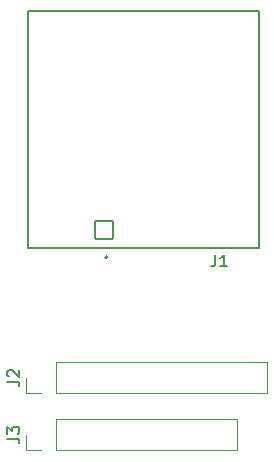
<source format=gbr>
%TF.GenerationSoftware,KiCad,Pcbnew,8.0.6*%
%TF.CreationDate,2025-02-06T00:10:06+01:00*%
%TF.ProjectId,breakout,62726561-6b6f-4757-942e-6b696361645f,rev?*%
%TF.SameCoordinates,Original*%
%TF.FileFunction,Legend,Top*%
%TF.FilePolarity,Positive*%
%FSLAX46Y46*%
G04 Gerber Fmt 4.6, Leading zero omitted, Abs format (unit mm)*
G04 Created by KiCad (PCBNEW 8.0.6) date 2025-02-06 00:10:06*
%MOMM*%
%LPD*%
G01*
G04 APERTURE LIST*
G04 Aperture macros list*
%AMRoundRect*
0 Rectangle with rounded corners*
0 $1 Rounding radius*
0 $2 $3 $4 $5 $6 $7 $8 $9 X,Y pos of 4 corners*
0 Add a 4 corners polygon primitive as box body*
4,1,4,$2,$3,$4,$5,$6,$7,$8,$9,$2,$3,0*
0 Add four circle primitives for the rounded corners*
1,1,$1+$1,$2,$3*
1,1,$1+$1,$4,$5*
1,1,$1+$1,$6,$7*
1,1,$1+$1,$8,$9*
0 Add four rect primitives between the rounded corners*
20,1,$1+$1,$2,$3,$4,$5,0*
20,1,$1+$1,$4,$5,$6,$7,0*
20,1,$1+$1,$6,$7,$8,$9,0*
20,1,$1+$1,$8,$9,$2,$3,0*%
G04 Aperture macros list end*
%ADD10C,0.150000*%
%ADD11C,0.127000*%
%ADD12C,0.200000*%
%ADD13C,0.120000*%
%ADD14RoundRect,0.102000X0.754000X0.754000X-0.754000X0.754000X-0.754000X-0.754000X0.754000X-0.754000X0*%
%ADD15C,1.712000*%
%ADD16C,2.304000*%
%ADD17R,1.700000X1.700000*%
%ADD18O,1.700000X1.700000*%
G04 APERTURE END LIST*
D10*
X100833666Y-104657819D02*
X100833666Y-105372104D01*
X100833666Y-105372104D02*
X100786047Y-105514961D01*
X100786047Y-105514961D02*
X100690809Y-105610200D01*
X100690809Y-105610200D02*
X100547952Y-105657819D01*
X100547952Y-105657819D02*
X100452714Y-105657819D01*
X101833666Y-105657819D02*
X101262238Y-105657819D01*
X101547952Y-105657819D02*
X101547952Y-104657819D01*
X101547952Y-104657819D02*
X101452714Y-104800676D01*
X101452714Y-104800676D02*
X101357476Y-104895914D01*
X101357476Y-104895914D02*
X101262238Y-104943533D01*
X83230819Y-120221333D02*
X83945104Y-120221333D01*
X83945104Y-120221333D02*
X84087961Y-120268952D01*
X84087961Y-120268952D02*
X84183200Y-120364190D01*
X84183200Y-120364190D02*
X84230819Y-120507047D01*
X84230819Y-120507047D02*
X84230819Y-120602285D01*
X83230819Y-119840380D02*
X83230819Y-119221333D01*
X83230819Y-119221333D02*
X83611771Y-119554666D01*
X83611771Y-119554666D02*
X83611771Y-119411809D01*
X83611771Y-119411809D02*
X83659390Y-119316571D01*
X83659390Y-119316571D02*
X83707009Y-119268952D01*
X83707009Y-119268952D02*
X83802247Y-119221333D01*
X83802247Y-119221333D02*
X84040342Y-119221333D01*
X84040342Y-119221333D02*
X84135580Y-119268952D01*
X84135580Y-119268952D02*
X84183200Y-119316571D01*
X84183200Y-119316571D02*
X84230819Y-119411809D01*
X84230819Y-119411809D02*
X84230819Y-119697523D01*
X84230819Y-119697523D02*
X84183200Y-119792761D01*
X84183200Y-119792761D02*
X84135580Y-119840380D01*
X83230819Y-115395333D02*
X83945104Y-115395333D01*
X83945104Y-115395333D02*
X84087961Y-115442952D01*
X84087961Y-115442952D02*
X84183200Y-115538190D01*
X84183200Y-115538190D02*
X84230819Y-115681047D01*
X84230819Y-115681047D02*
X84230819Y-115776285D01*
X83326057Y-114966761D02*
X83278438Y-114919142D01*
X83278438Y-114919142D02*
X83230819Y-114823904D01*
X83230819Y-114823904D02*
X83230819Y-114585809D01*
X83230819Y-114585809D02*
X83278438Y-114490571D01*
X83278438Y-114490571D02*
X83326057Y-114442952D01*
X83326057Y-114442952D02*
X83421295Y-114395333D01*
X83421295Y-114395333D02*
X83516533Y-114395333D01*
X83516533Y-114395333D02*
X83659390Y-114442952D01*
X83659390Y-114442952D02*
X84230819Y-115014380D01*
X84230819Y-115014380D02*
X84230819Y-114395333D01*
D11*
%TO.C,J1*%
X84992000Y-84068000D02*
X104492000Y-84068000D01*
X84992000Y-104068000D02*
X84992000Y-84068000D01*
X104492000Y-84068000D02*
X104492000Y-104068000D01*
X104492000Y-104068000D02*
X84992000Y-104068000D01*
D12*
X91692000Y-104868000D02*
G75*
G02*
X91492000Y-104868000I-100000J0D01*
G01*
X91492000Y-104868000D02*
G75*
G02*
X91692000Y-104868000I100000J0D01*
G01*
D13*
%TO.C,J3*%
X84776000Y-121218000D02*
X84776000Y-119888000D01*
X86106000Y-121218000D02*
X84776000Y-121218000D01*
X87376000Y-118558000D02*
X102676000Y-118558000D01*
X87376000Y-121218000D02*
X87376000Y-118558000D01*
X87376000Y-121218000D02*
X102676000Y-121218000D01*
X102676000Y-121218000D02*
X102676000Y-118558000D01*
%TO.C,J2*%
X84776000Y-116392000D02*
X84776000Y-115062000D01*
X86106000Y-116392000D02*
X84776000Y-116392000D01*
X87376000Y-113732000D02*
X105216000Y-113732000D01*
X87376000Y-116392000D02*
X87376000Y-113732000D01*
X87376000Y-116392000D02*
X105216000Y-116392000D01*
X105216000Y-116392000D02*
X105216000Y-113732000D01*
%TD*%
%LPC*%
D14*
%TO.C,J1*%
X91442000Y-102568000D03*
D15*
X93942000Y-102568000D03*
X96342000Y-102568000D03*
X98742000Y-102568000D03*
X90242000Y-100568000D03*
X92642000Y-100568000D03*
X95142000Y-100568000D03*
X97542000Y-100568000D03*
X91442000Y-98568000D03*
X93942000Y-98568000D03*
X96342000Y-98568000D03*
X98742000Y-98568000D03*
X95142000Y-96568000D03*
D16*
X99742000Y-86868000D03*
X89742000Y-86868000D03*
%TD*%
D17*
%TO.C,J3*%
X86106000Y-119888000D03*
D18*
X88646000Y-119888000D03*
X91186000Y-119888000D03*
X93726000Y-119888000D03*
X96266000Y-119888000D03*
X98806000Y-119888000D03*
X101346000Y-119888000D03*
%TD*%
D17*
%TO.C,J2*%
X86106000Y-115062000D03*
D18*
X88646000Y-115062000D03*
X91186000Y-115062000D03*
X93726000Y-115062000D03*
X96266000Y-115062000D03*
X98806000Y-115062000D03*
X101346000Y-115062000D03*
X103886000Y-115062000D03*
%TD*%
%LPD*%
M02*

</source>
